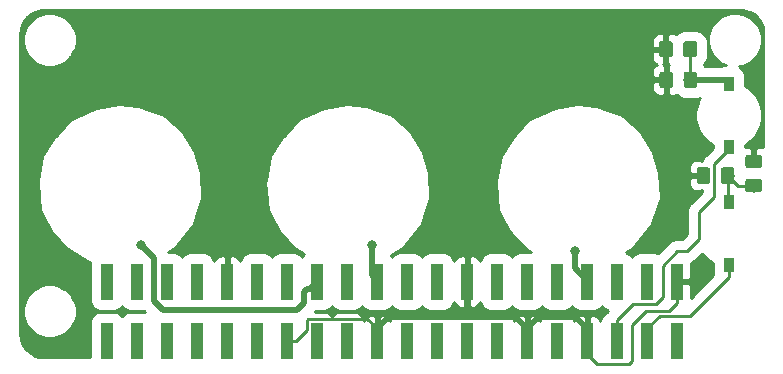
<source format=gbr>
G04 #@! TF.GenerationSoftware,KiCad,Pcbnew,5.1.0*
G04 #@! TF.CreationDate,2019-12-31T07:13:36-05:00*
G04 #@! TF.ProjectId,Capacitive_Touch_Lid,43617061-6369-4746-9976-655f546f7563,rev?*
G04 #@! TF.SameCoordinates,Original*
G04 #@! TF.FileFunction,Copper,L1,Top*
G04 #@! TF.FilePolarity,Positive*
%FSLAX46Y46*%
G04 Gerber Fmt 4.6, Leading zero omitted, Abs format (unit mm)*
G04 Created by KiCad (PCBNEW 5.1.0) date 2019-12-31 07:13:36*
%MOMM*%
%LPD*%
G04 APERTURE LIST*
%ADD10C,0.100000*%
%ADD11C,1.150000*%
%ADD12R,0.890000X1.270000*%
%ADD13R,1.000000X3.150000*%
%ADD14C,0.800000*%
%ADD15C,0.500000*%
%ADD16C,0.250000*%
%ADD17C,0.254000*%
G04 APERTURE END LIST*
D10*
G36*
X138524505Y-81701204D02*
G01*
X138548773Y-81704804D01*
X138572572Y-81710765D01*
X138595671Y-81719030D01*
X138617850Y-81729520D01*
X138638893Y-81742132D01*
X138658599Y-81756747D01*
X138676777Y-81773223D01*
X138693253Y-81791401D01*
X138707868Y-81811107D01*
X138720480Y-81832150D01*
X138730970Y-81854329D01*
X138739235Y-81877428D01*
X138745196Y-81901227D01*
X138748796Y-81925495D01*
X138750000Y-81949999D01*
X138750000Y-82850001D01*
X138748796Y-82874505D01*
X138745196Y-82898773D01*
X138739235Y-82922572D01*
X138730970Y-82945671D01*
X138720480Y-82967850D01*
X138707868Y-82988893D01*
X138693253Y-83008599D01*
X138676777Y-83026777D01*
X138658599Y-83043253D01*
X138638893Y-83057868D01*
X138617850Y-83070480D01*
X138595671Y-83080970D01*
X138572572Y-83089235D01*
X138548773Y-83095196D01*
X138524505Y-83098796D01*
X138500001Y-83100000D01*
X137849999Y-83100000D01*
X137825495Y-83098796D01*
X137801227Y-83095196D01*
X137777428Y-83089235D01*
X137754329Y-83080970D01*
X137732150Y-83070480D01*
X137711107Y-83057868D01*
X137691401Y-83043253D01*
X137673223Y-83026777D01*
X137656747Y-83008599D01*
X137642132Y-82988893D01*
X137629520Y-82967850D01*
X137619030Y-82945671D01*
X137610765Y-82922572D01*
X137604804Y-82898773D01*
X137601204Y-82874505D01*
X137600000Y-82850001D01*
X137600000Y-81949999D01*
X137601204Y-81925495D01*
X137604804Y-81901227D01*
X137610765Y-81877428D01*
X137619030Y-81854329D01*
X137629520Y-81832150D01*
X137642132Y-81811107D01*
X137656747Y-81791401D01*
X137673223Y-81773223D01*
X137691401Y-81756747D01*
X137711107Y-81742132D01*
X137732150Y-81729520D01*
X137754329Y-81719030D01*
X137777428Y-81710765D01*
X137801227Y-81704804D01*
X137825495Y-81701204D01*
X137849999Y-81700000D01*
X138500001Y-81700000D01*
X138524505Y-81701204D01*
X138524505Y-81701204D01*
G37*
D11*
X138175000Y-82400000D03*
D10*
G36*
X140574505Y-81701204D02*
G01*
X140598773Y-81704804D01*
X140622572Y-81710765D01*
X140645671Y-81719030D01*
X140667850Y-81729520D01*
X140688893Y-81742132D01*
X140708599Y-81756747D01*
X140726777Y-81773223D01*
X140743253Y-81791401D01*
X140757868Y-81811107D01*
X140770480Y-81832150D01*
X140780970Y-81854329D01*
X140789235Y-81877428D01*
X140795196Y-81901227D01*
X140798796Y-81925495D01*
X140800000Y-81949999D01*
X140800000Y-82850001D01*
X140798796Y-82874505D01*
X140795196Y-82898773D01*
X140789235Y-82922572D01*
X140780970Y-82945671D01*
X140770480Y-82967850D01*
X140757868Y-82988893D01*
X140743253Y-83008599D01*
X140726777Y-83026777D01*
X140708599Y-83043253D01*
X140688893Y-83057868D01*
X140667850Y-83070480D01*
X140645671Y-83080970D01*
X140622572Y-83089235D01*
X140598773Y-83095196D01*
X140574505Y-83098796D01*
X140550001Y-83100000D01*
X139899999Y-83100000D01*
X139875495Y-83098796D01*
X139851227Y-83095196D01*
X139827428Y-83089235D01*
X139804329Y-83080970D01*
X139782150Y-83070480D01*
X139761107Y-83057868D01*
X139741401Y-83043253D01*
X139723223Y-83026777D01*
X139706747Y-83008599D01*
X139692132Y-82988893D01*
X139679520Y-82967850D01*
X139669030Y-82945671D01*
X139660765Y-82922572D01*
X139654804Y-82898773D01*
X139651204Y-82874505D01*
X139650000Y-82850001D01*
X139650000Y-81949999D01*
X139651204Y-81925495D01*
X139654804Y-81901227D01*
X139660765Y-81877428D01*
X139669030Y-81854329D01*
X139679520Y-81832150D01*
X139692132Y-81811107D01*
X139706747Y-81791401D01*
X139723223Y-81773223D01*
X139741401Y-81756747D01*
X139761107Y-81742132D01*
X139782150Y-81729520D01*
X139804329Y-81719030D01*
X139827428Y-81710765D01*
X139851227Y-81704804D01*
X139875495Y-81701204D01*
X139899999Y-81700000D01*
X140550001Y-81700000D01*
X140574505Y-81701204D01*
X140574505Y-81701204D01*
G37*
D11*
X140225000Y-82400000D03*
D10*
G36*
X146074505Y-93376203D02*
G01*
X146098773Y-93379803D01*
X146122572Y-93385764D01*
X146145671Y-93394029D01*
X146167850Y-93404519D01*
X146188893Y-93417131D01*
X146208599Y-93431746D01*
X146226777Y-93448222D01*
X146243253Y-93466400D01*
X146257868Y-93486106D01*
X146270480Y-93507149D01*
X146280970Y-93529328D01*
X146289235Y-93552427D01*
X146295196Y-93576226D01*
X146298796Y-93600494D01*
X146300000Y-93624998D01*
X146300000Y-94275000D01*
X146298796Y-94299504D01*
X146295196Y-94323772D01*
X146289235Y-94347571D01*
X146280970Y-94370670D01*
X146270480Y-94392849D01*
X146257868Y-94413892D01*
X146243253Y-94433598D01*
X146226777Y-94451776D01*
X146208599Y-94468252D01*
X146188893Y-94482867D01*
X146167850Y-94495479D01*
X146145671Y-94505969D01*
X146122572Y-94514234D01*
X146098773Y-94520195D01*
X146074505Y-94523795D01*
X146050001Y-94524999D01*
X145149999Y-94524999D01*
X145125495Y-94523795D01*
X145101227Y-94520195D01*
X145077428Y-94514234D01*
X145054329Y-94505969D01*
X145032150Y-94495479D01*
X145011107Y-94482867D01*
X144991401Y-94468252D01*
X144973223Y-94451776D01*
X144956747Y-94433598D01*
X144942132Y-94413892D01*
X144929520Y-94392849D01*
X144919030Y-94370670D01*
X144910765Y-94347571D01*
X144904804Y-94323772D01*
X144901204Y-94299504D01*
X144900000Y-94275000D01*
X144900000Y-93624998D01*
X144901204Y-93600494D01*
X144904804Y-93576226D01*
X144910765Y-93552427D01*
X144919030Y-93529328D01*
X144929520Y-93507149D01*
X144942132Y-93486106D01*
X144956747Y-93466400D01*
X144973223Y-93448222D01*
X144991401Y-93431746D01*
X145011107Y-93417131D01*
X145032150Y-93404519D01*
X145054329Y-93394029D01*
X145077428Y-93385764D01*
X145101227Y-93379803D01*
X145125495Y-93376203D01*
X145149999Y-93374999D01*
X146050001Y-93374999D01*
X146074505Y-93376203D01*
X146074505Y-93376203D01*
G37*
D11*
X145600000Y-93949999D03*
D10*
G36*
X146074505Y-91326203D02*
G01*
X146098773Y-91329803D01*
X146122572Y-91335764D01*
X146145671Y-91344029D01*
X146167850Y-91354519D01*
X146188893Y-91367131D01*
X146208599Y-91381746D01*
X146226777Y-91398222D01*
X146243253Y-91416400D01*
X146257868Y-91436106D01*
X146270480Y-91457149D01*
X146280970Y-91479328D01*
X146289235Y-91502427D01*
X146295196Y-91526226D01*
X146298796Y-91550494D01*
X146300000Y-91574998D01*
X146300000Y-92225000D01*
X146298796Y-92249504D01*
X146295196Y-92273772D01*
X146289235Y-92297571D01*
X146280970Y-92320670D01*
X146270480Y-92342849D01*
X146257868Y-92363892D01*
X146243253Y-92383598D01*
X146226777Y-92401776D01*
X146208599Y-92418252D01*
X146188893Y-92432867D01*
X146167850Y-92445479D01*
X146145671Y-92455969D01*
X146122572Y-92464234D01*
X146098773Y-92470195D01*
X146074505Y-92473795D01*
X146050001Y-92474999D01*
X145149999Y-92474999D01*
X145125495Y-92473795D01*
X145101227Y-92470195D01*
X145077428Y-92464234D01*
X145054329Y-92455969D01*
X145032150Y-92445479D01*
X145011107Y-92432867D01*
X144991401Y-92418252D01*
X144973223Y-92401776D01*
X144956747Y-92383598D01*
X144942132Y-92363892D01*
X144929520Y-92342849D01*
X144919030Y-92320670D01*
X144910765Y-92297571D01*
X144904804Y-92273772D01*
X144901204Y-92249504D01*
X144900000Y-92225000D01*
X144900000Y-91574998D01*
X144901204Y-91550494D01*
X144904804Y-91526226D01*
X144910765Y-91502427D01*
X144919030Y-91479328D01*
X144929520Y-91457149D01*
X144942132Y-91436106D01*
X144956747Y-91416400D01*
X144973223Y-91398222D01*
X144991401Y-91381746D01*
X145011107Y-91367131D01*
X145032150Y-91354519D01*
X145054329Y-91344029D01*
X145077428Y-91335764D01*
X145101227Y-91329803D01*
X145125495Y-91326203D01*
X145149999Y-91324999D01*
X146050001Y-91324999D01*
X146074505Y-91326203D01*
X146074505Y-91326203D01*
G37*
D11*
X145600000Y-91899999D03*
D12*
X143500000Y-90665000D03*
X143500000Y-85335000D03*
X143500000Y-100665000D03*
X143500000Y-95335000D03*
D10*
G36*
X138549505Y-84301204D02*
G01*
X138573773Y-84304804D01*
X138597572Y-84310765D01*
X138620671Y-84319030D01*
X138642850Y-84329520D01*
X138663893Y-84342132D01*
X138683599Y-84356747D01*
X138701777Y-84373223D01*
X138718253Y-84391401D01*
X138732868Y-84411107D01*
X138745480Y-84432150D01*
X138755970Y-84454329D01*
X138764235Y-84477428D01*
X138770196Y-84501227D01*
X138773796Y-84525495D01*
X138775000Y-84549999D01*
X138775000Y-85450001D01*
X138773796Y-85474505D01*
X138770196Y-85498773D01*
X138764235Y-85522572D01*
X138755970Y-85545671D01*
X138745480Y-85567850D01*
X138732868Y-85588893D01*
X138718253Y-85608599D01*
X138701777Y-85626777D01*
X138683599Y-85643253D01*
X138663893Y-85657868D01*
X138642850Y-85670480D01*
X138620671Y-85680970D01*
X138597572Y-85689235D01*
X138573773Y-85695196D01*
X138549505Y-85698796D01*
X138525001Y-85700000D01*
X137874999Y-85700000D01*
X137850495Y-85698796D01*
X137826227Y-85695196D01*
X137802428Y-85689235D01*
X137779329Y-85680970D01*
X137757150Y-85670480D01*
X137736107Y-85657868D01*
X137716401Y-85643253D01*
X137698223Y-85626777D01*
X137681747Y-85608599D01*
X137667132Y-85588893D01*
X137654520Y-85567850D01*
X137644030Y-85545671D01*
X137635765Y-85522572D01*
X137629804Y-85498773D01*
X137626204Y-85474505D01*
X137625000Y-85450001D01*
X137625000Y-84549999D01*
X137626204Y-84525495D01*
X137629804Y-84501227D01*
X137635765Y-84477428D01*
X137644030Y-84454329D01*
X137654520Y-84432150D01*
X137667132Y-84411107D01*
X137681747Y-84391401D01*
X137698223Y-84373223D01*
X137716401Y-84356747D01*
X137736107Y-84342132D01*
X137757150Y-84329520D01*
X137779329Y-84319030D01*
X137802428Y-84310765D01*
X137826227Y-84304804D01*
X137850495Y-84301204D01*
X137874999Y-84300000D01*
X138525001Y-84300000D01*
X138549505Y-84301204D01*
X138549505Y-84301204D01*
G37*
D11*
X138200000Y-85000000D03*
D10*
G36*
X140599505Y-84301204D02*
G01*
X140623773Y-84304804D01*
X140647572Y-84310765D01*
X140670671Y-84319030D01*
X140692850Y-84329520D01*
X140713893Y-84342132D01*
X140733599Y-84356747D01*
X140751777Y-84373223D01*
X140768253Y-84391401D01*
X140782868Y-84411107D01*
X140795480Y-84432150D01*
X140805970Y-84454329D01*
X140814235Y-84477428D01*
X140820196Y-84501227D01*
X140823796Y-84525495D01*
X140825000Y-84549999D01*
X140825000Y-85450001D01*
X140823796Y-85474505D01*
X140820196Y-85498773D01*
X140814235Y-85522572D01*
X140805970Y-85545671D01*
X140795480Y-85567850D01*
X140782868Y-85588893D01*
X140768253Y-85608599D01*
X140751777Y-85626777D01*
X140733599Y-85643253D01*
X140713893Y-85657868D01*
X140692850Y-85670480D01*
X140670671Y-85680970D01*
X140647572Y-85689235D01*
X140623773Y-85695196D01*
X140599505Y-85698796D01*
X140575001Y-85700000D01*
X139924999Y-85700000D01*
X139900495Y-85698796D01*
X139876227Y-85695196D01*
X139852428Y-85689235D01*
X139829329Y-85680970D01*
X139807150Y-85670480D01*
X139786107Y-85657868D01*
X139766401Y-85643253D01*
X139748223Y-85626777D01*
X139731747Y-85608599D01*
X139717132Y-85588893D01*
X139704520Y-85567850D01*
X139694030Y-85545671D01*
X139685765Y-85522572D01*
X139679804Y-85498773D01*
X139676204Y-85474505D01*
X139675000Y-85450001D01*
X139675000Y-84549999D01*
X139676204Y-84525495D01*
X139679804Y-84501227D01*
X139685765Y-84477428D01*
X139694030Y-84454329D01*
X139704520Y-84432150D01*
X139717132Y-84411107D01*
X139731747Y-84391401D01*
X139748223Y-84373223D01*
X139766401Y-84356747D01*
X139786107Y-84342132D01*
X139807150Y-84329520D01*
X139829329Y-84319030D01*
X139852428Y-84310765D01*
X139876227Y-84304804D01*
X139900495Y-84301204D01*
X139924999Y-84300000D01*
X140575001Y-84300000D01*
X140599505Y-84301204D01*
X140599505Y-84301204D01*
G37*
D11*
X140250000Y-85000000D03*
D10*
G36*
X143749505Y-92401204D02*
G01*
X143773773Y-92404804D01*
X143797572Y-92410765D01*
X143820671Y-92419030D01*
X143842850Y-92429520D01*
X143863893Y-92442132D01*
X143883599Y-92456747D01*
X143901777Y-92473223D01*
X143918253Y-92491401D01*
X143932868Y-92511107D01*
X143945480Y-92532150D01*
X143955970Y-92554329D01*
X143964235Y-92577428D01*
X143970196Y-92601227D01*
X143973796Y-92625495D01*
X143975000Y-92649999D01*
X143975000Y-93550001D01*
X143973796Y-93574505D01*
X143970196Y-93598773D01*
X143964235Y-93622572D01*
X143955970Y-93645671D01*
X143945480Y-93667850D01*
X143932868Y-93688893D01*
X143918253Y-93708599D01*
X143901777Y-93726777D01*
X143883599Y-93743253D01*
X143863893Y-93757868D01*
X143842850Y-93770480D01*
X143820671Y-93780970D01*
X143797572Y-93789235D01*
X143773773Y-93795196D01*
X143749505Y-93798796D01*
X143725001Y-93800000D01*
X143074999Y-93800000D01*
X143050495Y-93798796D01*
X143026227Y-93795196D01*
X143002428Y-93789235D01*
X142979329Y-93780970D01*
X142957150Y-93770480D01*
X142936107Y-93757868D01*
X142916401Y-93743253D01*
X142898223Y-93726777D01*
X142881747Y-93708599D01*
X142867132Y-93688893D01*
X142854520Y-93667850D01*
X142844030Y-93645671D01*
X142835765Y-93622572D01*
X142829804Y-93598773D01*
X142826204Y-93574505D01*
X142825000Y-93550001D01*
X142825000Y-92649999D01*
X142826204Y-92625495D01*
X142829804Y-92601227D01*
X142835765Y-92577428D01*
X142844030Y-92554329D01*
X142854520Y-92532150D01*
X142867132Y-92511107D01*
X142881747Y-92491401D01*
X142898223Y-92473223D01*
X142916401Y-92456747D01*
X142936107Y-92442132D01*
X142957150Y-92429520D01*
X142979329Y-92419030D01*
X143002428Y-92410765D01*
X143026227Y-92404804D01*
X143050495Y-92401204D01*
X143074999Y-92400000D01*
X143725001Y-92400000D01*
X143749505Y-92401204D01*
X143749505Y-92401204D01*
G37*
D11*
X143400000Y-93100000D03*
D10*
G36*
X141699505Y-92401204D02*
G01*
X141723773Y-92404804D01*
X141747572Y-92410765D01*
X141770671Y-92419030D01*
X141792850Y-92429520D01*
X141813893Y-92442132D01*
X141833599Y-92456747D01*
X141851777Y-92473223D01*
X141868253Y-92491401D01*
X141882868Y-92511107D01*
X141895480Y-92532150D01*
X141905970Y-92554329D01*
X141914235Y-92577428D01*
X141920196Y-92601227D01*
X141923796Y-92625495D01*
X141925000Y-92649999D01*
X141925000Y-93550001D01*
X141923796Y-93574505D01*
X141920196Y-93598773D01*
X141914235Y-93622572D01*
X141905970Y-93645671D01*
X141895480Y-93667850D01*
X141882868Y-93688893D01*
X141868253Y-93708599D01*
X141851777Y-93726777D01*
X141833599Y-93743253D01*
X141813893Y-93757868D01*
X141792850Y-93770480D01*
X141770671Y-93780970D01*
X141747572Y-93789235D01*
X141723773Y-93795196D01*
X141699505Y-93798796D01*
X141675001Y-93800000D01*
X141024999Y-93800000D01*
X141000495Y-93798796D01*
X140976227Y-93795196D01*
X140952428Y-93789235D01*
X140929329Y-93780970D01*
X140907150Y-93770480D01*
X140886107Y-93757868D01*
X140866401Y-93743253D01*
X140848223Y-93726777D01*
X140831747Y-93708599D01*
X140817132Y-93688893D01*
X140804520Y-93667850D01*
X140794030Y-93645671D01*
X140785765Y-93622572D01*
X140779804Y-93598773D01*
X140776204Y-93574505D01*
X140775000Y-93550001D01*
X140775000Y-92649999D01*
X140776204Y-92625495D01*
X140779804Y-92601227D01*
X140785765Y-92577428D01*
X140794030Y-92554329D01*
X140804520Y-92532150D01*
X140817132Y-92511107D01*
X140831747Y-92491401D01*
X140848223Y-92473223D01*
X140866401Y-92456747D01*
X140886107Y-92442132D01*
X140907150Y-92429520D01*
X140929329Y-92419030D01*
X140952428Y-92410765D01*
X140976227Y-92404804D01*
X141000495Y-92401204D01*
X141024999Y-92400000D01*
X141675001Y-92400000D01*
X141699505Y-92401204D01*
X141699505Y-92401204D01*
G37*
D11*
X141350000Y-93100000D03*
D13*
X90870000Y-107125000D03*
X90870000Y-102075000D03*
X93410000Y-107125000D03*
X93410000Y-102075000D03*
X95950000Y-107125000D03*
X95950000Y-102075000D03*
X98490000Y-107125000D03*
X98490000Y-102075000D03*
X101030000Y-107125000D03*
X101030000Y-102075000D03*
X103570000Y-107125000D03*
X103570000Y-102075000D03*
X106110000Y-107125000D03*
X106110000Y-102075000D03*
X108650000Y-107125000D03*
X108650000Y-102075000D03*
X111190000Y-107125000D03*
X111190000Y-102075000D03*
X113730000Y-107125000D03*
X113730000Y-102075000D03*
X116270000Y-107125000D03*
X116270000Y-102075000D03*
X118810000Y-107125000D03*
X118810000Y-102075000D03*
X121350000Y-107125000D03*
X121350000Y-102075000D03*
X123890000Y-107125000D03*
X123890000Y-102075000D03*
X126430000Y-107125000D03*
X126430000Y-102075000D03*
X128970000Y-107125000D03*
X128970000Y-102075000D03*
X131510000Y-107125000D03*
X131510000Y-102075000D03*
X134050000Y-107125000D03*
X134050000Y-102075000D03*
X136590000Y-107125000D03*
X136590000Y-102075000D03*
X139130000Y-107125000D03*
X139130000Y-102075000D03*
D14*
X130500000Y-99500000D03*
X93750000Y-99000000D03*
X113250000Y-99000000D03*
D15*
X130500000Y-100965000D02*
X131610000Y-102075000D01*
X130500000Y-99500000D02*
X130500000Y-100965000D01*
D16*
X106860000Y-107125000D02*
X107800000Y-106185000D01*
X106110000Y-107125000D02*
X106860000Y-107125000D01*
X112904999Y-105224999D02*
X113730000Y-106050000D01*
X107800000Y-105314998D02*
X107889999Y-105224999D01*
X107889999Y-105224999D02*
X112904999Y-105224999D01*
X107800000Y-106185000D02*
X107800000Y-105314998D01*
D15*
X125430000Y-105050000D02*
X126430000Y-106050000D01*
X113730000Y-106050000D02*
X114730000Y-105050000D01*
X113730000Y-107125000D02*
X113730000Y-106050000D01*
X121350000Y-105000000D02*
X121350000Y-102075000D01*
X121400000Y-105050000D02*
X121350000Y-105000000D01*
X121400000Y-105050000D02*
X125430000Y-105050000D01*
X114730000Y-105050000D02*
X121400000Y-105050000D01*
X131510000Y-106050000D02*
X131510000Y-107125000D01*
X130510000Y-105050000D02*
X131510000Y-106050000D01*
X127430000Y-105050000D02*
X130510000Y-105050000D01*
X126430000Y-106050000D02*
X127430000Y-105050000D01*
X126430000Y-107125000D02*
X126430000Y-106050000D01*
D16*
X131510000Y-108200000D02*
X131510000Y-107125000D01*
X132335001Y-109025001D02*
X131510000Y-108200000D01*
X135074999Y-109025001D02*
X132335001Y-109025001D01*
X135300000Y-108800000D02*
X135074999Y-109025001D01*
X135300000Y-105754998D02*
X135300000Y-108800000D01*
X139130000Y-103150000D02*
X139100000Y-103180000D01*
X139130000Y-102075000D02*
X139130000Y-103150000D01*
X139100000Y-103180000D02*
X139100000Y-103900000D01*
X136505008Y-104549990D02*
X135300000Y-105754998D01*
X139100000Y-103900000D02*
X138450010Y-104549990D01*
X138450010Y-104549990D02*
X136505008Y-104549990D01*
D15*
X143165000Y-85000000D02*
X143500000Y-85335000D01*
X140250000Y-85000000D02*
X143165000Y-85000000D01*
D16*
X140225000Y-84975000D02*
X140250000Y-85000000D01*
X140225000Y-82400000D02*
X140225000Y-84975000D01*
X136590000Y-106050000D02*
X137640000Y-105000000D01*
X136590000Y-107125000D02*
X136590000Y-106050000D01*
X137640000Y-105000000D02*
X140200000Y-105000000D01*
X143500000Y-101700000D02*
X143500000Y-100665000D01*
X140200000Y-105000000D02*
X143500000Y-101700000D01*
X140000000Y-99500000D02*
X139144998Y-99500000D01*
X141000000Y-96169998D02*
X141000000Y-98500000D01*
X141000000Y-98500000D02*
X140000000Y-99500000D01*
X134150000Y-106050000D02*
X134150000Y-107125000D01*
X137350001Y-103975001D02*
X137900000Y-103425002D01*
X135374999Y-103975001D02*
X137350001Y-103975001D01*
X134050000Y-107125000D02*
X134050000Y-105300000D01*
X134050000Y-105300000D02*
X135374999Y-103975001D01*
X137900000Y-100744998D02*
X139144998Y-99500000D01*
X137900000Y-103425002D02*
X137900000Y-100744998D01*
X142250010Y-92104990D02*
X142250010Y-94919988D01*
X142250010Y-94919988D02*
X141000000Y-96169998D01*
X143500000Y-90855000D02*
X142250010Y-92104990D01*
X143500000Y-90665000D02*
X143500000Y-90855000D01*
D15*
X94800000Y-100050000D02*
X93750000Y-99000000D01*
X94800000Y-103710002D02*
X94800000Y-100050000D01*
X108750000Y-102075000D02*
X108750000Y-103150000D01*
X94800000Y-103710002D02*
X95589998Y-104500000D01*
X95589998Y-104500000D02*
X106900000Y-104500000D01*
X106900000Y-104500000D02*
X107500000Y-103900000D01*
X107500000Y-103900000D02*
X107500000Y-103000000D01*
X107500000Y-103000000D02*
X107800000Y-102700000D01*
X108025000Y-102700000D02*
X108650000Y-102075000D01*
X107800000Y-102700000D02*
X108025000Y-102700000D01*
X113250000Y-101495000D02*
X113830000Y-102075000D01*
X113250000Y-99000000D02*
X113250000Y-101495000D01*
D16*
X144249999Y-93949999D02*
X143400000Y-93100000D01*
X145600000Y-93949999D02*
X144249999Y-93949999D01*
X143400000Y-95235000D02*
X143500000Y-95335000D01*
X143400000Y-93100000D02*
X143400000Y-95235000D01*
D17*
G36*
X144887150Y-79144766D02*
G01*
X145259547Y-79257199D01*
X145603016Y-79439825D01*
X145904474Y-79685688D01*
X146152435Y-79985421D01*
X146337451Y-80327601D01*
X146373000Y-80442440D01*
X146373000Y-90694117D01*
X146300000Y-90686927D01*
X145885750Y-90689999D01*
X145727000Y-90848749D01*
X145727000Y-91772999D01*
X145747000Y-91772999D01*
X145747000Y-92026999D01*
X145727000Y-92026999D01*
X145727000Y-92046999D01*
X145473000Y-92046999D01*
X145473000Y-92026999D01*
X145453000Y-92026999D01*
X145453000Y-91772999D01*
X145473000Y-91772999D01*
X145473000Y-90848749D01*
X145314250Y-90689999D01*
X144900000Y-90686927D01*
X144876485Y-90689243D01*
X144876485Y-90480267D01*
X145302108Y-90195875D01*
X145695875Y-89802108D01*
X146005255Y-89339087D01*
X146218360Y-88824606D01*
X146327000Y-88278435D01*
X146327000Y-87721565D01*
X146218360Y-87175394D01*
X146005255Y-86660913D01*
X145695875Y-86197892D01*
X145302108Y-85804125D01*
X144876485Y-85519733D01*
X144876485Y-84700000D01*
X144858587Y-84518276D01*
X144805580Y-84343536D01*
X144719501Y-84182495D01*
X144603659Y-84041341D01*
X144462505Y-83925499D01*
X144331766Y-83855617D01*
X144664176Y-83789496D01*
X145078564Y-83617851D01*
X145451503Y-83368661D01*
X145768661Y-83051503D01*
X146017851Y-82678564D01*
X146189496Y-82264176D01*
X146277000Y-81824265D01*
X146277000Y-81375735D01*
X146189496Y-80935824D01*
X146017851Y-80521436D01*
X145768661Y-80148497D01*
X145451503Y-79831339D01*
X145078564Y-79582149D01*
X144664176Y-79410504D01*
X144224265Y-79323000D01*
X143775735Y-79323000D01*
X143335824Y-79410504D01*
X142921436Y-79582149D01*
X142548497Y-79831339D01*
X142231339Y-80148497D01*
X141982149Y-80521436D01*
X141810504Y-80935824D01*
X141723000Y-81375735D01*
X141723000Y-81824265D01*
X141810504Y-82264176D01*
X141982149Y-82678564D01*
X142231339Y-83051503D01*
X142548497Y-83368661D01*
X142921436Y-83617851D01*
X143285171Y-83768515D01*
X143055000Y-83768515D01*
X142873276Y-83786413D01*
X142752665Y-83823000D01*
X141499427Y-83823000D01*
X141410436Y-83714564D01*
X141380190Y-83689741D01*
X141385436Y-83685436D01*
X141532369Y-83506398D01*
X141641550Y-83302135D01*
X141708783Y-83080497D01*
X141731485Y-82850001D01*
X141731485Y-81949999D01*
X141708783Y-81719503D01*
X141641550Y-81497865D01*
X141532369Y-81293602D01*
X141385436Y-81114564D01*
X141206398Y-80967631D01*
X141002135Y-80858450D01*
X140780497Y-80791217D01*
X140550001Y-80768515D01*
X139899999Y-80768515D01*
X139669503Y-80791217D01*
X139447865Y-80858450D01*
X139243602Y-80967631D01*
X139064564Y-81114564D01*
X139045422Y-81137888D01*
X138994180Y-81110498D01*
X138874482Y-81074188D01*
X138750000Y-81061928D01*
X138460750Y-81065000D01*
X138302000Y-81223750D01*
X138302000Y-82273000D01*
X138322000Y-82273000D01*
X138322000Y-82527000D01*
X138302000Y-82527000D01*
X138302000Y-83576250D01*
X138438250Y-83712500D01*
X138327000Y-83823750D01*
X138327000Y-84873000D01*
X138347000Y-84873000D01*
X138347000Y-85127000D01*
X138327000Y-85127000D01*
X138327000Y-86176250D01*
X138485750Y-86335000D01*
X138775000Y-86338072D01*
X138899482Y-86325812D01*
X139019180Y-86289502D01*
X139070422Y-86262112D01*
X139089564Y-86285436D01*
X139268602Y-86432369D01*
X139472865Y-86541550D01*
X139694503Y-86608783D01*
X139924999Y-86631485D01*
X140575001Y-86631485D01*
X140805497Y-86608783D01*
X141027135Y-86541550D01*
X141100816Y-86502167D01*
X140994745Y-86660913D01*
X140781640Y-87175394D01*
X140673000Y-87721565D01*
X140673000Y-88278435D01*
X140781640Y-88824606D01*
X140994745Y-89339087D01*
X141304125Y-89802108D01*
X141697892Y-90195875D01*
X142123515Y-90480267D01*
X142123515Y-90743733D01*
X141542689Y-91324560D01*
X141502534Y-91357514D01*
X141371072Y-91517702D01*
X141273387Y-91700459D01*
X141273386Y-91700460D01*
X141253808Y-91765000D01*
X141222998Y-91765000D01*
X141222998Y-91866569D01*
X141213232Y-91898763D01*
X141211867Y-91912617D01*
X141064250Y-91765000D01*
X140775000Y-91761928D01*
X140650518Y-91774188D01*
X140530820Y-91810498D01*
X140420506Y-91869463D01*
X140323815Y-91948815D01*
X140244463Y-92045506D01*
X140185498Y-92155820D01*
X140149188Y-92275518D01*
X140136928Y-92400000D01*
X140140000Y-92814250D01*
X140298750Y-92973000D01*
X141198010Y-92973000D01*
X141198010Y-93227000D01*
X140298750Y-93227000D01*
X140140000Y-93385750D01*
X140136928Y-93800000D01*
X140149188Y-93924482D01*
X140185498Y-94044180D01*
X140244463Y-94154494D01*
X140323815Y-94251185D01*
X140420506Y-94330537D01*
X140530820Y-94389502D01*
X140650518Y-94425812D01*
X140775000Y-94438072D01*
X141064250Y-94435000D01*
X141198011Y-94301239D01*
X141198011Y-94484235D01*
X140292679Y-95389568D01*
X140252524Y-95422522D01*
X140121062Y-95582710D01*
X140037240Y-95739530D01*
X140023376Y-95765468D01*
X139963222Y-95963771D01*
X139942910Y-96169998D01*
X139948000Y-96221677D01*
X139948001Y-98064247D01*
X139564248Y-98448000D01*
X139196676Y-98448000D01*
X139144997Y-98442910D01*
X138938770Y-98463222D01*
X138740467Y-98523376D01*
X138557710Y-98621062D01*
X138397522Y-98752524D01*
X138364572Y-98792674D01*
X137492969Y-99664278D01*
X137446464Y-99639420D01*
X137271724Y-99586413D01*
X137090000Y-99568515D01*
X136090000Y-99568515D01*
X135908276Y-99586413D01*
X135733536Y-99639420D01*
X135572495Y-99725499D01*
X135431341Y-99841341D01*
X135320000Y-99977011D01*
X135208659Y-99841341D01*
X135067505Y-99725499D01*
X134906464Y-99639420D01*
X134766221Y-99596878D01*
X135263465Y-99310006D01*
X135281224Y-99297630D01*
X135298710Y-99279908D01*
X136998710Y-97179908D01*
X137010333Y-97162894D01*
X137020483Y-97140161D01*
X137720483Y-95040161D01*
X137725597Y-95018824D01*
X137726856Y-94993959D01*
X137626856Y-92893959D01*
X137621839Y-92864165D01*
X137121839Y-91164165D01*
X137108367Y-91133776D01*
X136008367Y-89333776D01*
X136000301Y-89322098D01*
X135983176Y-89304027D01*
X134483176Y-88004027D01*
X134465852Y-87991407D01*
X134443401Y-87980646D01*
X132243401Y-87180646D01*
X132208448Y-87173281D01*
X130708448Y-87073281D01*
X130680193Y-87074554D01*
X128780193Y-87374554D01*
X128749972Y-87383269D01*
X126649972Y-88283269D01*
X126625583Y-88297087D01*
X126606935Y-88313583D01*
X125306935Y-89713583D01*
X125293375Y-89731007D01*
X124193375Y-91431007D01*
X124182276Y-91452354D01*
X124175243Y-91476237D01*
X123775243Y-93576237D01*
X123773439Y-93610547D01*
X123973439Y-96010547D01*
X123978323Y-96036383D01*
X123987759Y-96059422D01*
X124887759Y-97759422D01*
X124907156Y-97786654D01*
X126307156Y-99286654D01*
X126332690Y-99307696D01*
X126750000Y-99568515D01*
X125930000Y-99568515D01*
X125748276Y-99586413D01*
X125573536Y-99639420D01*
X125412495Y-99725499D01*
X125271341Y-99841341D01*
X125160000Y-99977011D01*
X125048659Y-99841341D01*
X124907505Y-99725499D01*
X124746464Y-99639420D01*
X124571724Y-99586413D01*
X124390000Y-99568515D01*
X123390000Y-99568515D01*
X123208276Y-99586413D01*
X123033536Y-99639420D01*
X122872495Y-99725499D01*
X122731341Y-99841341D01*
X122615499Y-99982495D01*
X122529420Y-100143536D01*
X122476413Y-100318276D01*
X122472010Y-100362984D01*
X122439502Y-100255820D01*
X122380537Y-100145506D01*
X122301185Y-100048815D01*
X122204494Y-99969463D01*
X122094180Y-99910498D01*
X121974482Y-99874188D01*
X121850000Y-99861928D01*
X121635750Y-99865000D01*
X121477000Y-100023750D01*
X121477000Y-101948000D01*
X121497000Y-101948000D01*
X121497000Y-102202000D01*
X121477000Y-102202000D01*
X121477000Y-104126250D01*
X121635750Y-104285000D01*
X121850000Y-104288072D01*
X121974482Y-104275812D01*
X122094180Y-104239502D01*
X122204494Y-104180537D01*
X122301185Y-104101185D01*
X122380537Y-104004494D01*
X122439502Y-103894180D01*
X122472010Y-103787016D01*
X122476413Y-103831724D01*
X122529420Y-104006464D01*
X122615499Y-104167505D01*
X122731341Y-104308659D01*
X122872495Y-104424501D01*
X123033536Y-104510580D01*
X123208276Y-104563587D01*
X123390000Y-104581485D01*
X124390000Y-104581485D01*
X124571724Y-104563587D01*
X124746464Y-104510580D01*
X124907505Y-104424501D01*
X125048659Y-104308659D01*
X125160000Y-104172989D01*
X125271341Y-104308659D01*
X125412495Y-104424501D01*
X125573536Y-104510580D01*
X125748276Y-104563587D01*
X125930000Y-104581485D01*
X126930000Y-104581485D01*
X127111724Y-104563587D01*
X127286464Y-104510580D01*
X127447505Y-104424501D01*
X127588659Y-104308659D01*
X127700000Y-104172989D01*
X127811341Y-104308659D01*
X127952495Y-104424501D01*
X128113536Y-104510580D01*
X128288276Y-104563587D01*
X128470000Y-104581485D01*
X129470000Y-104581485D01*
X129651724Y-104563587D01*
X129826464Y-104510580D01*
X129987505Y-104424501D01*
X130128659Y-104308659D01*
X130240000Y-104172989D01*
X130351341Y-104308659D01*
X130492495Y-104424501D01*
X130653536Y-104510580D01*
X130828276Y-104563587D01*
X131010000Y-104581485D01*
X132010000Y-104581485D01*
X132191724Y-104563587D01*
X132366464Y-104510580D01*
X132527505Y-104424501D01*
X132668659Y-104308659D01*
X132780000Y-104172989D01*
X132891341Y-104308659D01*
X133032495Y-104424501D01*
X133193536Y-104510580D01*
X133310427Y-104546039D01*
X133302525Y-104552524D01*
X133187554Y-104692617D01*
X133032495Y-104775499D01*
X132891341Y-104891341D01*
X132775499Y-105032495D01*
X132689420Y-105193536D01*
X132636413Y-105368276D01*
X132632010Y-105412984D01*
X132599502Y-105305820D01*
X132540537Y-105195506D01*
X132461185Y-105098815D01*
X132364494Y-105019463D01*
X132254180Y-104960498D01*
X132134482Y-104924188D01*
X132010000Y-104911928D01*
X131795750Y-104915000D01*
X131637000Y-105073750D01*
X131637000Y-106998000D01*
X131657000Y-106998000D01*
X131657000Y-107252000D01*
X131637000Y-107252000D01*
X131637000Y-107272000D01*
X131383000Y-107272000D01*
X131383000Y-107252000D01*
X131363000Y-107252000D01*
X131363000Y-106998000D01*
X131383000Y-106998000D01*
X131383000Y-105073750D01*
X131224250Y-104915000D01*
X131010000Y-104911928D01*
X130885518Y-104924188D01*
X130765820Y-104960498D01*
X130655506Y-105019463D01*
X130558815Y-105098815D01*
X130479463Y-105195506D01*
X130420498Y-105305820D01*
X130387990Y-105412984D01*
X130383587Y-105368276D01*
X130330580Y-105193536D01*
X130244501Y-105032495D01*
X130128659Y-104891341D01*
X129987505Y-104775499D01*
X129826464Y-104689420D01*
X129651724Y-104636413D01*
X129470000Y-104618515D01*
X128470000Y-104618515D01*
X128288276Y-104636413D01*
X128113536Y-104689420D01*
X127952495Y-104775499D01*
X127811341Y-104891341D01*
X127695499Y-105032495D01*
X127609420Y-105193536D01*
X127556413Y-105368276D01*
X127552010Y-105412984D01*
X127519502Y-105305820D01*
X127460537Y-105195506D01*
X127381185Y-105098815D01*
X127284494Y-105019463D01*
X127174180Y-104960498D01*
X127054482Y-104924188D01*
X126930000Y-104911928D01*
X126715750Y-104915000D01*
X126557000Y-105073750D01*
X126557000Y-106998000D01*
X126577000Y-106998000D01*
X126577000Y-107252000D01*
X126557000Y-107252000D01*
X126557000Y-107272000D01*
X126303000Y-107272000D01*
X126303000Y-107252000D01*
X126283000Y-107252000D01*
X126283000Y-106998000D01*
X126303000Y-106998000D01*
X126303000Y-105073750D01*
X126144250Y-104915000D01*
X125930000Y-104911928D01*
X125805518Y-104924188D01*
X125685820Y-104960498D01*
X125575506Y-105019463D01*
X125478815Y-105098815D01*
X125399463Y-105195506D01*
X125340498Y-105305820D01*
X125307990Y-105412984D01*
X125303587Y-105368276D01*
X125250580Y-105193536D01*
X125164501Y-105032495D01*
X125048659Y-104891341D01*
X124907505Y-104775499D01*
X124746464Y-104689420D01*
X124571724Y-104636413D01*
X124390000Y-104618515D01*
X123390000Y-104618515D01*
X123208276Y-104636413D01*
X123033536Y-104689420D01*
X122872495Y-104775499D01*
X122731341Y-104891341D01*
X122620000Y-105027011D01*
X122508659Y-104891341D01*
X122367505Y-104775499D01*
X122206464Y-104689420D01*
X122031724Y-104636413D01*
X121850000Y-104618515D01*
X120850000Y-104618515D01*
X120668276Y-104636413D01*
X120493536Y-104689420D01*
X120332495Y-104775499D01*
X120191341Y-104891341D01*
X120080000Y-105027011D01*
X119968659Y-104891341D01*
X119827505Y-104775499D01*
X119666464Y-104689420D01*
X119491724Y-104636413D01*
X119310000Y-104618515D01*
X118310000Y-104618515D01*
X118128276Y-104636413D01*
X117953536Y-104689420D01*
X117792495Y-104775499D01*
X117651341Y-104891341D01*
X117540000Y-105027011D01*
X117428659Y-104891341D01*
X117287505Y-104775499D01*
X117126464Y-104689420D01*
X116951724Y-104636413D01*
X116770000Y-104618515D01*
X115770000Y-104618515D01*
X115588276Y-104636413D01*
X115413536Y-104689420D01*
X115252495Y-104775499D01*
X115111341Y-104891341D01*
X114995499Y-105032495D01*
X114909420Y-105193536D01*
X114856413Y-105368276D01*
X114852010Y-105412984D01*
X114819502Y-105305820D01*
X114760537Y-105195506D01*
X114681185Y-105098815D01*
X114584494Y-105019463D01*
X114474180Y-104960498D01*
X114354482Y-104924188D01*
X114230000Y-104911928D01*
X114015750Y-104915000D01*
X113857000Y-105073750D01*
X113857000Y-106998000D01*
X113877000Y-106998000D01*
X113877000Y-107252000D01*
X113857000Y-107252000D01*
X113857000Y-107272000D01*
X113603000Y-107272000D01*
X113603000Y-107252000D01*
X113583000Y-107252000D01*
X113583000Y-106998000D01*
X113603000Y-106998000D01*
X113603000Y-105073750D01*
X113444250Y-104915000D01*
X113230000Y-104911928D01*
X113105518Y-104924188D01*
X112985820Y-104960498D01*
X112875506Y-105019463D01*
X112778815Y-105098815D01*
X112699463Y-105195506D01*
X112640498Y-105305820D01*
X112607990Y-105412984D01*
X112603587Y-105368276D01*
X112550580Y-105193536D01*
X112464501Y-105032495D01*
X112348659Y-104891341D01*
X112207505Y-104775499D01*
X112046464Y-104689420D01*
X111871724Y-104636413D01*
X111690000Y-104618515D01*
X110690000Y-104618515D01*
X110508276Y-104636413D01*
X110333536Y-104689420D01*
X110172495Y-104775499D01*
X110031341Y-104891341D01*
X109920000Y-105027011D01*
X109808659Y-104891341D01*
X109667505Y-104775499D01*
X109506464Y-104689420D01*
X109331724Y-104636413D01*
X109150000Y-104618515D01*
X108432947Y-104618515D01*
X108463337Y-104581485D01*
X109150000Y-104581485D01*
X109331724Y-104563587D01*
X109506464Y-104510580D01*
X109667505Y-104424501D01*
X109808659Y-104308659D01*
X109920000Y-104172989D01*
X110031341Y-104308659D01*
X110172495Y-104424501D01*
X110333536Y-104510580D01*
X110508276Y-104563587D01*
X110690000Y-104581485D01*
X111690000Y-104581485D01*
X111871724Y-104563587D01*
X112046464Y-104510580D01*
X112207505Y-104424501D01*
X112348659Y-104308659D01*
X112460000Y-104172989D01*
X112571341Y-104308659D01*
X112712495Y-104424501D01*
X112873536Y-104510580D01*
X113048276Y-104563587D01*
X113230000Y-104581485D01*
X114230000Y-104581485D01*
X114411724Y-104563587D01*
X114586464Y-104510580D01*
X114747505Y-104424501D01*
X114888659Y-104308659D01*
X115000000Y-104172989D01*
X115111341Y-104308659D01*
X115252495Y-104424501D01*
X115413536Y-104510580D01*
X115588276Y-104563587D01*
X115770000Y-104581485D01*
X116770000Y-104581485D01*
X116951724Y-104563587D01*
X117126464Y-104510580D01*
X117287505Y-104424501D01*
X117428659Y-104308659D01*
X117540000Y-104172989D01*
X117651341Y-104308659D01*
X117792495Y-104424501D01*
X117953536Y-104510580D01*
X118128276Y-104563587D01*
X118310000Y-104581485D01*
X119310000Y-104581485D01*
X119491724Y-104563587D01*
X119666464Y-104510580D01*
X119827505Y-104424501D01*
X119968659Y-104308659D01*
X120084501Y-104167505D01*
X120170580Y-104006464D01*
X120223587Y-103831724D01*
X120227990Y-103787016D01*
X120260498Y-103894180D01*
X120319463Y-104004494D01*
X120398815Y-104101185D01*
X120495506Y-104180537D01*
X120605820Y-104239502D01*
X120725518Y-104275812D01*
X120850000Y-104288072D01*
X121064250Y-104285000D01*
X121223000Y-104126250D01*
X121223000Y-102202000D01*
X121203000Y-102202000D01*
X121203000Y-101948000D01*
X121223000Y-101948000D01*
X121223000Y-100023750D01*
X121064250Y-99865000D01*
X120850000Y-99861928D01*
X120725518Y-99874188D01*
X120605820Y-99910498D01*
X120495506Y-99969463D01*
X120398815Y-100048815D01*
X120319463Y-100145506D01*
X120260498Y-100255820D01*
X120227990Y-100362984D01*
X120223587Y-100318276D01*
X120170580Y-100143536D01*
X120084501Y-99982495D01*
X119968659Y-99841341D01*
X119827505Y-99725499D01*
X119666464Y-99639420D01*
X119491724Y-99586413D01*
X119310000Y-99568515D01*
X118310000Y-99568515D01*
X118128276Y-99586413D01*
X117953536Y-99639420D01*
X117792495Y-99725499D01*
X117651341Y-99841341D01*
X117540000Y-99977011D01*
X117428659Y-99841341D01*
X117287505Y-99725499D01*
X117126464Y-99639420D01*
X116951724Y-99586413D01*
X116770000Y-99568515D01*
X115770000Y-99568515D01*
X115588276Y-99586413D01*
X115413536Y-99639420D01*
X115252495Y-99725499D01*
X115111341Y-99841341D01*
X115000000Y-99977011D01*
X114888659Y-99841341D01*
X114869598Y-99825698D01*
X115763465Y-99310006D01*
X115781224Y-99297630D01*
X115798710Y-99279908D01*
X117498710Y-97179908D01*
X117510333Y-97162894D01*
X117520483Y-97140161D01*
X118220483Y-95040161D01*
X118225597Y-95018824D01*
X118226856Y-94993959D01*
X118126856Y-92893959D01*
X118121839Y-92864165D01*
X117621839Y-91164165D01*
X117608367Y-91133776D01*
X116508367Y-89333776D01*
X116500301Y-89322098D01*
X116483176Y-89304027D01*
X114983176Y-88004027D01*
X114965852Y-87991407D01*
X114943401Y-87980646D01*
X112743401Y-87180646D01*
X112708448Y-87173281D01*
X111208448Y-87073281D01*
X111180193Y-87074554D01*
X109280193Y-87374554D01*
X109249972Y-87383269D01*
X107149972Y-88283269D01*
X107125583Y-88297087D01*
X107106935Y-88313583D01*
X105806935Y-89713583D01*
X105793375Y-89731007D01*
X104693375Y-91431007D01*
X104682276Y-91452354D01*
X104675243Y-91476237D01*
X104275243Y-93576237D01*
X104273439Y-93610547D01*
X104473439Y-96010547D01*
X104478323Y-96036383D01*
X104487759Y-96059422D01*
X105387759Y-97759422D01*
X105407156Y-97786654D01*
X106807156Y-99286654D01*
X106832690Y-99307696D01*
X107575722Y-99772091D01*
X107491341Y-99841341D01*
X107380000Y-99977011D01*
X107268659Y-99841341D01*
X107127505Y-99725499D01*
X106966464Y-99639420D01*
X106791724Y-99586413D01*
X106610000Y-99568515D01*
X105610000Y-99568515D01*
X105428276Y-99586413D01*
X105253536Y-99639420D01*
X105092495Y-99725499D01*
X104951341Y-99841341D01*
X104840000Y-99977011D01*
X104728659Y-99841341D01*
X104587505Y-99725499D01*
X104426464Y-99639420D01*
X104251724Y-99586413D01*
X104070000Y-99568515D01*
X103070000Y-99568515D01*
X102888276Y-99586413D01*
X102713536Y-99639420D01*
X102552495Y-99725499D01*
X102411341Y-99841341D01*
X102295499Y-99982495D01*
X102209420Y-100143536D01*
X102156413Y-100318276D01*
X102152010Y-100362984D01*
X102119502Y-100255820D01*
X102060537Y-100145506D01*
X101981185Y-100048815D01*
X101884494Y-99969463D01*
X101774180Y-99910498D01*
X101654482Y-99874188D01*
X101530000Y-99861928D01*
X101315750Y-99865000D01*
X101157000Y-100023750D01*
X101157000Y-101948000D01*
X101177000Y-101948000D01*
X101177000Y-102202000D01*
X101157000Y-102202000D01*
X101157000Y-102222000D01*
X100903000Y-102222000D01*
X100903000Y-102202000D01*
X100883000Y-102202000D01*
X100883000Y-101948000D01*
X100903000Y-101948000D01*
X100903000Y-100023750D01*
X100744250Y-99865000D01*
X100530000Y-99861928D01*
X100405518Y-99874188D01*
X100285820Y-99910498D01*
X100175506Y-99969463D01*
X100078815Y-100048815D01*
X99999463Y-100145506D01*
X99940498Y-100255820D01*
X99907990Y-100362984D01*
X99903587Y-100318276D01*
X99850580Y-100143536D01*
X99764501Y-99982495D01*
X99648659Y-99841341D01*
X99507505Y-99725499D01*
X99346464Y-99639420D01*
X99171724Y-99586413D01*
X98990000Y-99568515D01*
X97990000Y-99568515D01*
X97808276Y-99586413D01*
X97633536Y-99639420D01*
X97472495Y-99725499D01*
X97331341Y-99841341D01*
X97220000Y-99977011D01*
X97108659Y-99841341D01*
X96967505Y-99725499D01*
X96806464Y-99639420D01*
X96631724Y-99586413D01*
X96450000Y-99568515D01*
X96015383Y-99568515D01*
X96463465Y-99310006D01*
X96481224Y-99297630D01*
X96498710Y-99279908D01*
X98198710Y-97179908D01*
X98210333Y-97162894D01*
X98220483Y-97140161D01*
X98920483Y-95040161D01*
X98925597Y-95018824D01*
X98926856Y-94993959D01*
X98826856Y-92893959D01*
X98821839Y-92864165D01*
X98321839Y-91164165D01*
X98308367Y-91133776D01*
X97208367Y-89333776D01*
X97200301Y-89322098D01*
X97183176Y-89304027D01*
X95683176Y-88004027D01*
X95665852Y-87991407D01*
X95643401Y-87980646D01*
X93443401Y-87180646D01*
X93408448Y-87173281D01*
X91908448Y-87073281D01*
X91880193Y-87074554D01*
X89980193Y-87374554D01*
X89949972Y-87383269D01*
X87849972Y-88283269D01*
X87825583Y-88297087D01*
X87806935Y-88313583D01*
X86506935Y-89713583D01*
X86493375Y-89731007D01*
X85393375Y-91431007D01*
X85382276Y-91452354D01*
X85375243Y-91476237D01*
X84975243Y-93576237D01*
X84973439Y-93610547D01*
X85173439Y-96010547D01*
X85178323Y-96036383D01*
X85187759Y-96059422D01*
X86087759Y-97759422D01*
X86107156Y-97786654D01*
X87507156Y-99286654D01*
X87532690Y-99307696D01*
X89132690Y-100307696D01*
X89166009Y-100322367D01*
X89448287Y-100400778D01*
X89438515Y-100500000D01*
X89438515Y-103650000D01*
X89456413Y-103831724D01*
X89509420Y-104006464D01*
X89595499Y-104167505D01*
X89711341Y-104308659D01*
X89852495Y-104424501D01*
X90013536Y-104510580D01*
X90188276Y-104563587D01*
X90370000Y-104581485D01*
X91370000Y-104581485D01*
X91551724Y-104563587D01*
X91726464Y-104510580D01*
X91887505Y-104424501D01*
X92028659Y-104308659D01*
X92140000Y-104172989D01*
X92251341Y-104308659D01*
X92392495Y-104424501D01*
X92553536Y-104510580D01*
X92728276Y-104563587D01*
X92910000Y-104581485D01*
X93910000Y-104581485D01*
X93996241Y-104572991D01*
X94008622Y-104583153D01*
X94058623Y-104633153D01*
X93910000Y-104618515D01*
X92910000Y-104618515D01*
X92728276Y-104636413D01*
X92553536Y-104689420D01*
X92392495Y-104775499D01*
X92251341Y-104891341D01*
X92140000Y-105027011D01*
X92028659Y-104891341D01*
X91887505Y-104775499D01*
X91726464Y-104689420D01*
X91551724Y-104636413D01*
X91370000Y-104618515D01*
X90370000Y-104618515D01*
X90188276Y-104636413D01*
X90013536Y-104689420D01*
X89852495Y-104775499D01*
X89711341Y-104891341D01*
X89595499Y-105032495D01*
X89509420Y-105193536D01*
X89456413Y-105368276D01*
X89438515Y-105550000D01*
X89438515Y-108498000D01*
X85549008Y-108498000D01*
X85112850Y-108455234D01*
X84740455Y-108342801D01*
X84396982Y-108160174D01*
X84095526Y-107914312D01*
X83847566Y-107614581D01*
X83662549Y-107272398D01*
X83547515Y-106900785D01*
X83502000Y-106467737D01*
X83502000Y-104375735D01*
X83723000Y-104375735D01*
X83723000Y-104824265D01*
X83810504Y-105264176D01*
X83982149Y-105678564D01*
X84231339Y-106051503D01*
X84548497Y-106368661D01*
X84921436Y-106617851D01*
X85335824Y-106789496D01*
X85775735Y-106877000D01*
X86224265Y-106877000D01*
X86664176Y-106789496D01*
X87078564Y-106617851D01*
X87451503Y-106368661D01*
X87768661Y-106051503D01*
X88017851Y-105678564D01*
X88189496Y-105264176D01*
X88277000Y-104824265D01*
X88277000Y-104375735D01*
X88189496Y-103935824D01*
X88017851Y-103521436D01*
X87768661Y-103148497D01*
X87451503Y-102831339D01*
X87078564Y-102582149D01*
X86664176Y-102410504D01*
X86224265Y-102323000D01*
X85775735Y-102323000D01*
X85335824Y-102410504D01*
X84921436Y-102582149D01*
X84548497Y-102831339D01*
X84231339Y-103148497D01*
X83982149Y-103521436D01*
X83810504Y-103935824D01*
X83723000Y-104375735D01*
X83502000Y-104375735D01*
X83502000Y-85700000D01*
X136986928Y-85700000D01*
X136999188Y-85824482D01*
X137035498Y-85944180D01*
X137094463Y-86054494D01*
X137173815Y-86151185D01*
X137270506Y-86230537D01*
X137380820Y-86289502D01*
X137500518Y-86325812D01*
X137625000Y-86338072D01*
X137914250Y-86335000D01*
X138073000Y-86176250D01*
X138073000Y-85127000D01*
X137148750Y-85127000D01*
X136990000Y-85285750D01*
X136986928Y-85700000D01*
X83502000Y-85700000D01*
X83502000Y-81375735D01*
X83723000Y-81375735D01*
X83723000Y-81824265D01*
X83810504Y-82264176D01*
X83982149Y-82678564D01*
X84231339Y-83051503D01*
X84548497Y-83368661D01*
X84921436Y-83617851D01*
X85335824Y-83789496D01*
X85775735Y-83877000D01*
X86224265Y-83877000D01*
X86664176Y-83789496D01*
X87078564Y-83617851D01*
X87451503Y-83368661D01*
X87720164Y-83100000D01*
X136961928Y-83100000D01*
X136974188Y-83224482D01*
X137010498Y-83344180D01*
X137069463Y-83454494D01*
X137148815Y-83551185D01*
X137245506Y-83630537D01*
X137355820Y-83689502D01*
X137402927Y-83703792D01*
X137380820Y-83710498D01*
X137270506Y-83769463D01*
X137173815Y-83848815D01*
X137094463Y-83945506D01*
X137035498Y-84055820D01*
X136999188Y-84175518D01*
X136986928Y-84300000D01*
X136990000Y-84714250D01*
X137148750Y-84873000D01*
X138073000Y-84873000D01*
X138073000Y-83823750D01*
X137936750Y-83687500D01*
X138048000Y-83576250D01*
X138048000Y-82527000D01*
X137123750Y-82527000D01*
X136965000Y-82685750D01*
X136961928Y-83100000D01*
X87720164Y-83100000D01*
X87768661Y-83051503D01*
X88017851Y-82678564D01*
X88189496Y-82264176D01*
X88277000Y-81824265D01*
X88277000Y-81700000D01*
X136961928Y-81700000D01*
X136965000Y-82114250D01*
X137123750Y-82273000D01*
X138048000Y-82273000D01*
X138048000Y-81223750D01*
X137889250Y-81065000D01*
X137600000Y-81061928D01*
X137475518Y-81074188D01*
X137355820Y-81110498D01*
X137245506Y-81169463D01*
X137148815Y-81248815D01*
X137069463Y-81345506D01*
X137010498Y-81455820D01*
X136974188Y-81575518D01*
X136961928Y-81700000D01*
X88277000Y-81700000D01*
X88277000Y-81375735D01*
X88189496Y-80935824D01*
X88017851Y-80521436D01*
X87768661Y-80148497D01*
X87451503Y-79831339D01*
X87078564Y-79582149D01*
X86664176Y-79410504D01*
X86224265Y-79323000D01*
X85775735Y-79323000D01*
X85335824Y-79410504D01*
X84921436Y-79582149D01*
X84548497Y-79831339D01*
X84231339Y-80148497D01*
X83982149Y-80521436D01*
X83810504Y-80935824D01*
X83723000Y-81375735D01*
X83502000Y-81375735D01*
X83502000Y-81149009D01*
X83544766Y-80712850D01*
X83657199Y-80340453D01*
X83839825Y-79996984D01*
X84085688Y-79695526D01*
X84385421Y-79447565D01*
X84727601Y-79262549D01*
X85099211Y-79147515D01*
X85294401Y-79127000D01*
X144705959Y-79127000D01*
X144887150Y-79144766D01*
X144887150Y-79144766D01*
G37*
X144887150Y-79144766D02*
X145259547Y-79257199D01*
X145603016Y-79439825D01*
X145904474Y-79685688D01*
X146152435Y-79985421D01*
X146337451Y-80327601D01*
X146373000Y-80442440D01*
X146373000Y-90694117D01*
X146300000Y-90686927D01*
X145885750Y-90689999D01*
X145727000Y-90848749D01*
X145727000Y-91772999D01*
X145747000Y-91772999D01*
X145747000Y-92026999D01*
X145727000Y-92026999D01*
X145727000Y-92046999D01*
X145473000Y-92046999D01*
X145473000Y-92026999D01*
X145453000Y-92026999D01*
X145453000Y-91772999D01*
X145473000Y-91772999D01*
X145473000Y-90848749D01*
X145314250Y-90689999D01*
X144900000Y-90686927D01*
X144876485Y-90689243D01*
X144876485Y-90480267D01*
X145302108Y-90195875D01*
X145695875Y-89802108D01*
X146005255Y-89339087D01*
X146218360Y-88824606D01*
X146327000Y-88278435D01*
X146327000Y-87721565D01*
X146218360Y-87175394D01*
X146005255Y-86660913D01*
X145695875Y-86197892D01*
X145302108Y-85804125D01*
X144876485Y-85519733D01*
X144876485Y-84700000D01*
X144858587Y-84518276D01*
X144805580Y-84343536D01*
X144719501Y-84182495D01*
X144603659Y-84041341D01*
X144462505Y-83925499D01*
X144331766Y-83855617D01*
X144664176Y-83789496D01*
X145078564Y-83617851D01*
X145451503Y-83368661D01*
X145768661Y-83051503D01*
X146017851Y-82678564D01*
X146189496Y-82264176D01*
X146277000Y-81824265D01*
X146277000Y-81375735D01*
X146189496Y-80935824D01*
X146017851Y-80521436D01*
X145768661Y-80148497D01*
X145451503Y-79831339D01*
X145078564Y-79582149D01*
X144664176Y-79410504D01*
X144224265Y-79323000D01*
X143775735Y-79323000D01*
X143335824Y-79410504D01*
X142921436Y-79582149D01*
X142548497Y-79831339D01*
X142231339Y-80148497D01*
X141982149Y-80521436D01*
X141810504Y-80935824D01*
X141723000Y-81375735D01*
X141723000Y-81824265D01*
X141810504Y-82264176D01*
X141982149Y-82678564D01*
X142231339Y-83051503D01*
X142548497Y-83368661D01*
X142921436Y-83617851D01*
X143285171Y-83768515D01*
X143055000Y-83768515D01*
X142873276Y-83786413D01*
X142752665Y-83823000D01*
X141499427Y-83823000D01*
X141410436Y-83714564D01*
X141380190Y-83689741D01*
X141385436Y-83685436D01*
X141532369Y-83506398D01*
X141641550Y-83302135D01*
X141708783Y-83080497D01*
X141731485Y-82850001D01*
X141731485Y-81949999D01*
X141708783Y-81719503D01*
X141641550Y-81497865D01*
X141532369Y-81293602D01*
X141385436Y-81114564D01*
X141206398Y-80967631D01*
X141002135Y-80858450D01*
X140780497Y-80791217D01*
X140550001Y-80768515D01*
X139899999Y-80768515D01*
X139669503Y-80791217D01*
X139447865Y-80858450D01*
X139243602Y-80967631D01*
X139064564Y-81114564D01*
X139045422Y-81137888D01*
X138994180Y-81110498D01*
X138874482Y-81074188D01*
X138750000Y-81061928D01*
X138460750Y-81065000D01*
X138302000Y-81223750D01*
X138302000Y-82273000D01*
X138322000Y-82273000D01*
X138322000Y-82527000D01*
X138302000Y-82527000D01*
X138302000Y-83576250D01*
X138438250Y-83712500D01*
X138327000Y-83823750D01*
X138327000Y-84873000D01*
X138347000Y-84873000D01*
X138347000Y-85127000D01*
X138327000Y-85127000D01*
X138327000Y-86176250D01*
X138485750Y-86335000D01*
X138775000Y-86338072D01*
X138899482Y-86325812D01*
X139019180Y-86289502D01*
X139070422Y-86262112D01*
X139089564Y-86285436D01*
X139268602Y-86432369D01*
X139472865Y-86541550D01*
X139694503Y-86608783D01*
X139924999Y-86631485D01*
X140575001Y-86631485D01*
X140805497Y-86608783D01*
X141027135Y-86541550D01*
X141100816Y-86502167D01*
X140994745Y-86660913D01*
X140781640Y-87175394D01*
X140673000Y-87721565D01*
X140673000Y-88278435D01*
X140781640Y-88824606D01*
X140994745Y-89339087D01*
X141304125Y-89802108D01*
X141697892Y-90195875D01*
X142123515Y-90480267D01*
X142123515Y-90743733D01*
X141542689Y-91324560D01*
X141502534Y-91357514D01*
X141371072Y-91517702D01*
X141273387Y-91700459D01*
X141273386Y-91700460D01*
X141253808Y-91765000D01*
X141222998Y-91765000D01*
X141222998Y-91866569D01*
X141213232Y-91898763D01*
X141211867Y-91912617D01*
X141064250Y-91765000D01*
X140775000Y-91761928D01*
X140650518Y-91774188D01*
X140530820Y-91810498D01*
X140420506Y-91869463D01*
X140323815Y-91948815D01*
X140244463Y-92045506D01*
X140185498Y-92155820D01*
X140149188Y-92275518D01*
X140136928Y-92400000D01*
X140140000Y-92814250D01*
X140298750Y-92973000D01*
X141198010Y-92973000D01*
X141198010Y-93227000D01*
X140298750Y-93227000D01*
X140140000Y-93385750D01*
X140136928Y-93800000D01*
X140149188Y-93924482D01*
X140185498Y-94044180D01*
X140244463Y-94154494D01*
X140323815Y-94251185D01*
X140420506Y-94330537D01*
X140530820Y-94389502D01*
X140650518Y-94425812D01*
X140775000Y-94438072D01*
X141064250Y-94435000D01*
X141198011Y-94301239D01*
X141198011Y-94484235D01*
X140292679Y-95389568D01*
X140252524Y-95422522D01*
X140121062Y-95582710D01*
X140037240Y-95739530D01*
X140023376Y-95765468D01*
X139963222Y-95963771D01*
X139942910Y-96169998D01*
X139948000Y-96221677D01*
X139948001Y-98064247D01*
X139564248Y-98448000D01*
X139196676Y-98448000D01*
X139144997Y-98442910D01*
X138938770Y-98463222D01*
X138740467Y-98523376D01*
X138557710Y-98621062D01*
X138397522Y-98752524D01*
X138364572Y-98792674D01*
X137492969Y-99664278D01*
X137446464Y-99639420D01*
X137271724Y-99586413D01*
X137090000Y-99568515D01*
X136090000Y-99568515D01*
X135908276Y-99586413D01*
X135733536Y-99639420D01*
X135572495Y-99725499D01*
X135431341Y-99841341D01*
X135320000Y-99977011D01*
X135208659Y-99841341D01*
X135067505Y-99725499D01*
X134906464Y-99639420D01*
X134766221Y-99596878D01*
X135263465Y-99310006D01*
X135281224Y-99297630D01*
X135298710Y-99279908D01*
X136998710Y-97179908D01*
X137010333Y-97162894D01*
X137020483Y-97140161D01*
X137720483Y-95040161D01*
X137725597Y-95018824D01*
X137726856Y-94993959D01*
X137626856Y-92893959D01*
X137621839Y-92864165D01*
X137121839Y-91164165D01*
X137108367Y-91133776D01*
X136008367Y-89333776D01*
X136000301Y-89322098D01*
X135983176Y-89304027D01*
X134483176Y-88004027D01*
X134465852Y-87991407D01*
X134443401Y-87980646D01*
X132243401Y-87180646D01*
X132208448Y-87173281D01*
X130708448Y-87073281D01*
X130680193Y-87074554D01*
X128780193Y-87374554D01*
X128749972Y-87383269D01*
X126649972Y-88283269D01*
X126625583Y-88297087D01*
X126606935Y-88313583D01*
X125306935Y-89713583D01*
X125293375Y-89731007D01*
X124193375Y-91431007D01*
X124182276Y-91452354D01*
X124175243Y-91476237D01*
X123775243Y-93576237D01*
X123773439Y-93610547D01*
X123973439Y-96010547D01*
X123978323Y-96036383D01*
X123987759Y-96059422D01*
X124887759Y-97759422D01*
X124907156Y-97786654D01*
X126307156Y-99286654D01*
X126332690Y-99307696D01*
X126750000Y-99568515D01*
X125930000Y-99568515D01*
X125748276Y-99586413D01*
X125573536Y-99639420D01*
X125412495Y-99725499D01*
X125271341Y-99841341D01*
X125160000Y-99977011D01*
X125048659Y-99841341D01*
X124907505Y-99725499D01*
X124746464Y-99639420D01*
X124571724Y-99586413D01*
X124390000Y-99568515D01*
X123390000Y-99568515D01*
X123208276Y-99586413D01*
X123033536Y-99639420D01*
X122872495Y-99725499D01*
X122731341Y-99841341D01*
X122615499Y-99982495D01*
X122529420Y-100143536D01*
X122476413Y-100318276D01*
X122472010Y-100362984D01*
X122439502Y-100255820D01*
X122380537Y-100145506D01*
X122301185Y-100048815D01*
X122204494Y-99969463D01*
X122094180Y-99910498D01*
X121974482Y-99874188D01*
X121850000Y-99861928D01*
X121635750Y-99865000D01*
X121477000Y-100023750D01*
X121477000Y-101948000D01*
X121497000Y-101948000D01*
X121497000Y-102202000D01*
X121477000Y-102202000D01*
X121477000Y-104126250D01*
X121635750Y-104285000D01*
X121850000Y-104288072D01*
X121974482Y-104275812D01*
X122094180Y-104239502D01*
X122204494Y-104180537D01*
X122301185Y-104101185D01*
X122380537Y-104004494D01*
X122439502Y-103894180D01*
X122472010Y-103787016D01*
X122476413Y-103831724D01*
X122529420Y-104006464D01*
X122615499Y-104167505D01*
X122731341Y-104308659D01*
X122872495Y-104424501D01*
X123033536Y-104510580D01*
X123208276Y-104563587D01*
X123390000Y-104581485D01*
X124390000Y-104581485D01*
X124571724Y-104563587D01*
X124746464Y-104510580D01*
X124907505Y-104424501D01*
X125048659Y-104308659D01*
X125160000Y-104172989D01*
X125271341Y-104308659D01*
X125412495Y-104424501D01*
X125573536Y-104510580D01*
X125748276Y-104563587D01*
X125930000Y-104581485D01*
X126930000Y-104581485D01*
X127111724Y-104563587D01*
X127286464Y-104510580D01*
X127447505Y-104424501D01*
X127588659Y-104308659D01*
X127700000Y-104172989D01*
X127811341Y-104308659D01*
X127952495Y-104424501D01*
X128113536Y-104510580D01*
X128288276Y-104563587D01*
X128470000Y-104581485D01*
X129470000Y-104581485D01*
X129651724Y-104563587D01*
X129826464Y-104510580D01*
X129987505Y-104424501D01*
X130128659Y-104308659D01*
X130240000Y-104172989D01*
X130351341Y-104308659D01*
X130492495Y-104424501D01*
X130653536Y-104510580D01*
X130828276Y-104563587D01*
X131010000Y-104581485D01*
X132010000Y-104581485D01*
X132191724Y-104563587D01*
X132366464Y-104510580D01*
X132527505Y-104424501D01*
X132668659Y-104308659D01*
X132780000Y-104172989D01*
X132891341Y-104308659D01*
X133032495Y-104424501D01*
X133193536Y-104510580D01*
X133310427Y-104546039D01*
X133302525Y-104552524D01*
X133187554Y-104692617D01*
X133032495Y-104775499D01*
X132891341Y-104891341D01*
X132775499Y-105032495D01*
X132689420Y-105193536D01*
X132636413Y-105368276D01*
X132632010Y-105412984D01*
X132599502Y-105305820D01*
X132540537Y-105195506D01*
X132461185Y-105098815D01*
X132364494Y-105019463D01*
X132254180Y-104960498D01*
X132134482Y-104924188D01*
X132010000Y-104911928D01*
X131795750Y-104915000D01*
X131637000Y-105073750D01*
X131637000Y-106998000D01*
X131657000Y-106998000D01*
X131657000Y-107252000D01*
X131637000Y-107252000D01*
X131637000Y-107272000D01*
X131383000Y-107272000D01*
X131383000Y-107252000D01*
X131363000Y-107252000D01*
X131363000Y-106998000D01*
X131383000Y-106998000D01*
X131383000Y-105073750D01*
X131224250Y-104915000D01*
X131010000Y-104911928D01*
X130885518Y-104924188D01*
X130765820Y-104960498D01*
X130655506Y-105019463D01*
X130558815Y-105098815D01*
X130479463Y-105195506D01*
X130420498Y-105305820D01*
X130387990Y-105412984D01*
X130383587Y-105368276D01*
X130330580Y-105193536D01*
X130244501Y-105032495D01*
X130128659Y-104891341D01*
X129987505Y-104775499D01*
X129826464Y-104689420D01*
X129651724Y-104636413D01*
X129470000Y-104618515D01*
X128470000Y-104618515D01*
X128288276Y-104636413D01*
X128113536Y-104689420D01*
X127952495Y-104775499D01*
X127811341Y-104891341D01*
X127695499Y-105032495D01*
X127609420Y-105193536D01*
X127556413Y-105368276D01*
X127552010Y-105412984D01*
X127519502Y-105305820D01*
X127460537Y-105195506D01*
X127381185Y-105098815D01*
X127284494Y-105019463D01*
X127174180Y-104960498D01*
X127054482Y-104924188D01*
X126930000Y-104911928D01*
X126715750Y-104915000D01*
X126557000Y-105073750D01*
X126557000Y-106998000D01*
X126577000Y-106998000D01*
X126577000Y-107252000D01*
X126557000Y-107252000D01*
X126557000Y-107272000D01*
X126303000Y-107272000D01*
X126303000Y-107252000D01*
X126283000Y-107252000D01*
X126283000Y-106998000D01*
X126303000Y-106998000D01*
X126303000Y-105073750D01*
X126144250Y-104915000D01*
X125930000Y-104911928D01*
X125805518Y-104924188D01*
X125685820Y-104960498D01*
X125575506Y-105019463D01*
X125478815Y-105098815D01*
X125399463Y-105195506D01*
X125340498Y-105305820D01*
X125307990Y-105412984D01*
X125303587Y-105368276D01*
X125250580Y-105193536D01*
X125164501Y-105032495D01*
X125048659Y-104891341D01*
X124907505Y-104775499D01*
X124746464Y-104689420D01*
X124571724Y-104636413D01*
X124390000Y-104618515D01*
X123390000Y-104618515D01*
X123208276Y-104636413D01*
X123033536Y-104689420D01*
X122872495Y-104775499D01*
X122731341Y-104891341D01*
X122620000Y-105027011D01*
X122508659Y-104891341D01*
X122367505Y-104775499D01*
X122206464Y-104689420D01*
X122031724Y-104636413D01*
X121850000Y-104618515D01*
X120850000Y-104618515D01*
X120668276Y-104636413D01*
X120493536Y-104689420D01*
X120332495Y-104775499D01*
X120191341Y-104891341D01*
X120080000Y-105027011D01*
X119968659Y-104891341D01*
X119827505Y-104775499D01*
X119666464Y-104689420D01*
X119491724Y-104636413D01*
X119310000Y-104618515D01*
X118310000Y-104618515D01*
X118128276Y-104636413D01*
X117953536Y-104689420D01*
X117792495Y-104775499D01*
X117651341Y-104891341D01*
X117540000Y-105027011D01*
X117428659Y-104891341D01*
X117287505Y-104775499D01*
X117126464Y-104689420D01*
X116951724Y-104636413D01*
X116770000Y-104618515D01*
X115770000Y-104618515D01*
X115588276Y-104636413D01*
X115413536Y-104689420D01*
X115252495Y-104775499D01*
X115111341Y-104891341D01*
X114995499Y-105032495D01*
X114909420Y-105193536D01*
X114856413Y-105368276D01*
X114852010Y-105412984D01*
X114819502Y-105305820D01*
X114760537Y-105195506D01*
X114681185Y-105098815D01*
X114584494Y-105019463D01*
X114474180Y-104960498D01*
X114354482Y-104924188D01*
X114230000Y-104911928D01*
X114015750Y-104915000D01*
X113857000Y-105073750D01*
X113857000Y-106998000D01*
X113877000Y-106998000D01*
X113877000Y-107252000D01*
X113857000Y-107252000D01*
X113857000Y-107272000D01*
X113603000Y-107272000D01*
X113603000Y-107252000D01*
X113583000Y-107252000D01*
X113583000Y-106998000D01*
X113603000Y-106998000D01*
X113603000Y-105073750D01*
X113444250Y-104915000D01*
X113230000Y-104911928D01*
X113105518Y-104924188D01*
X112985820Y-104960498D01*
X112875506Y-105019463D01*
X112778815Y-105098815D01*
X112699463Y-105195506D01*
X112640498Y-105305820D01*
X112607990Y-105412984D01*
X112603587Y-105368276D01*
X112550580Y-105193536D01*
X112464501Y-105032495D01*
X112348659Y-104891341D01*
X112207505Y-104775499D01*
X112046464Y-104689420D01*
X111871724Y-104636413D01*
X111690000Y-104618515D01*
X110690000Y-104618515D01*
X110508276Y-104636413D01*
X110333536Y-104689420D01*
X110172495Y-104775499D01*
X110031341Y-104891341D01*
X109920000Y-105027011D01*
X109808659Y-104891341D01*
X109667505Y-104775499D01*
X109506464Y-104689420D01*
X109331724Y-104636413D01*
X109150000Y-104618515D01*
X108432947Y-104618515D01*
X108463337Y-104581485D01*
X109150000Y-104581485D01*
X109331724Y-104563587D01*
X109506464Y-104510580D01*
X109667505Y-104424501D01*
X109808659Y-104308659D01*
X109920000Y-104172989D01*
X110031341Y-104308659D01*
X110172495Y-104424501D01*
X110333536Y-104510580D01*
X110508276Y-104563587D01*
X110690000Y-104581485D01*
X111690000Y-104581485D01*
X111871724Y-104563587D01*
X112046464Y-104510580D01*
X112207505Y-104424501D01*
X112348659Y-104308659D01*
X112460000Y-104172989D01*
X112571341Y-104308659D01*
X112712495Y-104424501D01*
X112873536Y-104510580D01*
X113048276Y-104563587D01*
X113230000Y-104581485D01*
X114230000Y-104581485D01*
X114411724Y-104563587D01*
X114586464Y-104510580D01*
X114747505Y-104424501D01*
X114888659Y-104308659D01*
X115000000Y-104172989D01*
X115111341Y-104308659D01*
X115252495Y-104424501D01*
X115413536Y-104510580D01*
X115588276Y-104563587D01*
X115770000Y-104581485D01*
X116770000Y-104581485D01*
X116951724Y-104563587D01*
X117126464Y-104510580D01*
X117287505Y-104424501D01*
X117428659Y-104308659D01*
X117540000Y-104172989D01*
X117651341Y-104308659D01*
X117792495Y-104424501D01*
X117953536Y-104510580D01*
X118128276Y-104563587D01*
X118310000Y-104581485D01*
X119310000Y-104581485D01*
X119491724Y-104563587D01*
X119666464Y-104510580D01*
X119827505Y-104424501D01*
X119968659Y-104308659D01*
X120084501Y-104167505D01*
X120170580Y-104006464D01*
X120223587Y-103831724D01*
X120227990Y-103787016D01*
X120260498Y-103894180D01*
X120319463Y-104004494D01*
X120398815Y-104101185D01*
X120495506Y-104180537D01*
X120605820Y-104239502D01*
X120725518Y-104275812D01*
X120850000Y-104288072D01*
X121064250Y-104285000D01*
X121223000Y-104126250D01*
X121223000Y-102202000D01*
X121203000Y-102202000D01*
X121203000Y-101948000D01*
X121223000Y-101948000D01*
X121223000Y-100023750D01*
X121064250Y-99865000D01*
X120850000Y-99861928D01*
X120725518Y-99874188D01*
X120605820Y-99910498D01*
X120495506Y-99969463D01*
X120398815Y-100048815D01*
X120319463Y-100145506D01*
X120260498Y-100255820D01*
X120227990Y-100362984D01*
X120223587Y-100318276D01*
X120170580Y-100143536D01*
X120084501Y-99982495D01*
X119968659Y-99841341D01*
X119827505Y-99725499D01*
X119666464Y-99639420D01*
X119491724Y-99586413D01*
X119310000Y-99568515D01*
X118310000Y-99568515D01*
X118128276Y-99586413D01*
X117953536Y-99639420D01*
X117792495Y-99725499D01*
X117651341Y-99841341D01*
X117540000Y-99977011D01*
X117428659Y-99841341D01*
X117287505Y-99725499D01*
X117126464Y-99639420D01*
X116951724Y-99586413D01*
X116770000Y-99568515D01*
X115770000Y-99568515D01*
X115588276Y-99586413D01*
X115413536Y-99639420D01*
X115252495Y-99725499D01*
X115111341Y-99841341D01*
X115000000Y-99977011D01*
X114888659Y-99841341D01*
X114869598Y-99825698D01*
X115763465Y-99310006D01*
X115781224Y-99297630D01*
X115798710Y-99279908D01*
X117498710Y-97179908D01*
X117510333Y-97162894D01*
X117520483Y-97140161D01*
X118220483Y-95040161D01*
X118225597Y-95018824D01*
X118226856Y-94993959D01*
X118126856Y-92893959D01*
X118121839Y-92864165D01*
X117621839Y-91164165D01*
X117608367Y-91133776D01*
X116508367Y-89333776D01*
X116500301Y-89322098D01*
X116483176Y-89304027D01*
X114983176Y-88004027D01*
X114965852Y-87991407D01*
X114943401Y-87980646D01*
X112743401Y-87180646D01*
X112708448Y-87173281D01*
X111208448Y-87073281D01*
X111180193Y-87074554D01*
X109280193Y-87374554D01*
X109249972Y-87383269D01*
X107149972Y-88283269D01*
X107125583Y-88297087D01*
X107106935Y-88313583D01*
X105806935Y-89713583D01*
X105793375Y-89731007D01*
X104693375Y-91431007D01*
X104682276Y-91452354D01*
X104675243Y-91476237D01*
X104275243Y-93576237D01*
X104273439Y-93610547D01*
X104473439Y-96010547D01*
X104478323Y-96036383D01*
X104487759Y-96059422D01*
X105387759Y-97759422D01*
X105407156Y-97786654D01*
X106807156Y-99286654D01*
X106832690Y-99307696D01*
X107575722Y-99772091D01*
X107491341Y-99841341D01*
X107380000Y-99977011D01*
X107268659Y-99841341D01*
X107127505Y-99725499D01*
X106966464Y-99639420D01*
X106791724Y-99586413D01*
X106610000Y-99568515D01*
X105610000Y-99568515D01*
X105428276Y-99586413D01*
X105253536Y-99639420D01*
X105092495Y-99725499D01*
X104951341Y-99841341D01*
X104840000Y-99977011D01*
X104728659Y-99841341D01*
X104587505Y-99725499D01*
X104426464Y-99639420D01*
X104251724Y-99586413D01*
X104070000Y-99568515D01*
X103070000Y-99568515D01*
X102888276Y-99586413D01*
X102713536Y-99639420D01*
X102552495Y-99725499D01*
X102411341Y-99841341D01*
X102295499Y-99982495D01*
X102209420Y-100143536D01*
X102156413Y-100318276D01*
X102152010Y-100362984D01*
X102119502Y-100255820D01*
X102060537Y-100145506D01*
X101981185Y-100048815D01*
X101884494Y-99969463D01*
X101774180Y-99910498D01*
X101654482Y-99874188D01*
X101530000Y-99861928D01*
X101315750Y-99865000D01*
X101157000Y-100023750D01*
X101157000Y-101948000D01*
X101177000Y-101948000D01*
X101177000Y-102202000D01*
X101157000Y-102202000D01*
X101157000Y-102222000D01*
X100903000Y-102222000D01*
X100903000Y-102202000D01*
X100883000Y-102202000D01*
X100883000Y-101948000D01*
X100903000Y-101948000D01*
X100903000Y-100023750D01*
X100744250Y-99865000D01*
X100530000Y-99861928D01*
X100405518Y-99874188D01*
X100285820Y-99910498D01*
X100175506Y-99969463D01*
X100078815Y-100048815D01*
X99999463Y-100145506D01*
X99940498Y-100255820D01*
X99907990Y-100362984D01*
X99903587Y-100318276D01*
X99850580Y-100143536D01*
X99764501Y-99982495D01*
X99648659Y-99841341D01*
X99507505Y-99725499D01*
X99346464Y-99639420D01*
X99171724Y-99586413D01*
X98990000Y-99568515D01*
X97990000Y-99568515D01*
X97808276Y-99586413D01*
X97633536Y-99639420D01*
X97472495Y-99725499D01*
X97331341Y-99841341D01*
X97220000Y-99977011D01*
X97108659Y-99841341D01*
X96967505Y-99725499D01*
X96806464Y-99639420D01*
X96631724Y-99586413D01*
X96450000Y-99568515D01*
X96015383Y-99568515D01*
X96463465Y-99310006D01*
X96481224Y-99297630D01*
X96498710Y-99279908D01*
X98198710Y-97179908D01*
X98210333Y-97162894D01*
X98220483Y-97140161D01*
X98920483Y-95040161D01*
X98925597Y-95018824D01*
X98926856Y-94993959D01*
X98826856Y-92893959D01*
X98821839Y-92864165D01*
X98321839Y-91164165D01*
X98308367Y-91133776D01*
X97208367Y-89333776D01*
X97200301Y-89322098D01*
X97183176Y-89304027D01*
X95683176Y-88004027D01*
X95665852Y-87991407D01*
X95643401Y-87980646D01*
X93443401Y-87180646D01*
X93408448Y-87173281D01*
X91908448Y-87073281D01*
X91880193Y-87074554D01*
X89980193Y-87374554D01*
X89949972Y-87383269D01*
X87849972Y-88283269D01*
X87825583Y-88297087D01*
X87806935Y-88313583D01*
X86506935Y-89713583D01*
X86493375Y-89731007D01*
X85393375Y-91431007D01*
X85382276Y-91452354D01*
X85375243Y-91476237D01*
X84975243Y-93576237D01*
X84973439Y-93610547D01*
X85173439Y-96010547D01*
X85178323Y-96036383D01*
X85187759Y-96059422D01*
X86087759Y-97759422D01*
X86107156Y-97786654D01*
X87507156Y-99286654D01*
X87532690Y-99307696D01*
X89132690Y-100307696D01*
X89166009Y-100322367D01*
X89448287Y-100400778D01*
X89438515Y-100500000D01*
X89438515Y-103650000D01*
X89456413Y-103831724D01*
X89509420Y-104006464D01*
X89595499Y-104167505D01*
X89711341Y-104308659D01*
X89852495Y-104424501D01*
X90013536Y-104510580D01*
X90188276Y-104563587D01*
X90370000Y-104581485D01*
X91370000Y-104581485D01*
X91551724Y-104563587D01*
X91726464Y-104510580D01*
X91887505Y-104424501D01*
X92028659Y-104308659D01*
X92140000Y-104172989D01*
X92251341Y-104308659D01*
X92392495Y-104424501D01*
X92553536Y-104510580D01*
X92728276Y-104563587D01*
X92910000Y-104581485D01*
X93910000Y-104581485D01*
X93996241Y-104572991D01*
X94008622Y-104583153D01*
X94058623Y-104633153D01*
X93910000Y-104618515D01*
X92910000Y-104618515D01*
X92728276Y-104636413D01*
X92553536Y-104689420D01*
X92392495Y-104775499D01*
X92251341Y-104891341D01*
X92140000Y-105027011D01*
X92028659Y-104891341D01*
X91887505Y-104775499D01*
X91726464Y-104689420D01*
X91551724Y-104636413D01*
X91370000Y-104618515D01*
X90370000Y-104618515D01*
X90188276Y-104636413D01*
X90013536Y-104689420D01*
X89852495Y-104775499D01*
X89711341Y-104891341D01*
X89595499Y-105032495D01*
X89509420Y-105193536D01*
X89456413Y-105368276D01*
X89438515Y-105550000D01*
X89438515Y-108498000D01*
X85549008Y-108498000D01*
X85112850Y-108455234D01*
X84740455Y-108342801D01*
X84396982Y-108160174D01*
X84095526Y-107914312D01*
X83847566Y-107614581D01*
X83662549Y-107272398D01*
X83547515Y-106900785D01*
X83502000Y-106467737D01*
X83502000Y-104375735D01*
X83723000Y-104375735D01*
X83723000Y-104824265D01*
X83810504Y-105264176D01*
X83982149Y-105678564D01*
X84231339Y-106051503D01*
X84548497Y-106368661D01*
X84921436Y-106617851D01*
X85335824Y-106789496D01*
X85775735Y-106877000D01*
X86224265Y-106877000D01*
X86664176Y-106789496D01*
X87078564Y-106617851D01*
X87451503Y-106368661D01*
X87768661Y-106051503D01*
X88017851Y-105678564D01*
X88189496Y-105264176D01*
X88277000Y-104824265D01*
X88277000Y-104375735D01*
X88189496Y-103935824D01*
X88017851Y-103521436D01*
X87768661Y-103148497D01*
X87451503Y-102831339D01*
X87078564Y-102582149D01*
X86664176Y-102410504D01*
X86224265Y-102323000D01*
X85775735Y-102323000D01*
X85335824Y-102410504D01*
X84921436Y-102582149D01*
X84548497Y-102831339D01*
X84231339Y-103148497D01*
X83982149Y-103521436D01*
X83810504Y-103935824D01*
X83723000Y-104375735D01*
X83502000Y-104375735D01*
X83502000Y-85700000D01*
X136986928Y-85700000D01*
X136999188Y-85824482D01*
X137035498Y-85944180D01*
X137094463Y-86054494D01*
X137173815Y-86151185D01*
X137270506Y-86230537D01*
X137380820Y-86289502D01*
X137500518Y-86325812D01*
X137625000Y-86338072D01*
X137914250Y-86335000D01*
X138073000Y-86176250D01*
X138073000Y-85127000D01*
X137148750Y-85127000D01*
X136990000Y-85285750D01*
X136986928Y-85700000D01*
X83502000Y-85700000D01*
X83502000Y-81375735D01*
X83723000Y-81375735D01*
X83723000Y-81824265D01*
X83810504Y-82264176D01*
X83982149Y-82678564D01*
X84231339Y-83051503D01*
X84548497Y-83368661D01*
X84921436Y-83617851D01*
X85335824Y-83789496D01*
X85775735Y-83877000D01*
X86224265Y-83877000D01*
X86664176Y-83789496D01*
X87078564Y-83617851D01*
X87451503Y-83368661D01*
X87720164Y-83100000D01*
X136961928Y-83100000D01*
X136974188Y-83224482D01*
X137010498Y-83344180D01*
X137069463Y-83454494D01*
X137148815Y-83551185D01*
X137245506Y-83630537D01*
X137355820Y-83689502D01*
X137402927Y-83703792D01*
X137380820Y-83710498D01*
X137270506Y-83769463D01*
X137173815Y-83848815D01*
X137094463Y-83945506D01*
X137035498Y-84055820D01*
X136999188Y-84175518D01*
X136986928Y-84300000D01*
X136990000Y-84714250D01*
X137148750Y-84873000D01*
X138073000Y-84873000D01*
X138073000Y-83823750D01*
X137936750Y-83687500D01*
X138048000Y-83576250D01*
X138048000Y-82527000D01*
X137123750Y-82527000D01*
X136965000Y-82685750D01*
X136961928Y-83100000D01*
X87720164Y-83100000D01*
X87768661Y-83051503D01*
X88017851Y-82678564D01*
X88189496Y-82264176D01*
X88277000Y-81824265D01*
X88277000Y-81700000D01*
X136961928Y-81700000D01*
X136965000Y-82114250D01*
X137123750Y-82273000D01*
X138048000Y-82273000D01*
X138048000Y-81223750D01*
X137889250Y-81065000D01*
X137600000Y-81061928D01*
X137475518Y-81074188D01*
X137355820Y-81110498D01*
X137245506Y-81169463D01*
X137148815Y-81248815D01*
X137069463Y-81345506D01*
X137010498Y-81455820D01*
X136974188Y-81575518D01*
X136961928Y-81700000D01*
X88277000Y-81700000D01*
X88277000Y-81375735D01*
X88189496Y-80935824D01*
X88017851Y-80521436D01*
X87768661Y-80148497D01*
X87451503Y-79831339D01*
X87078564Y-79582149D01*
X86664176Y-79410504D01*
X86224265Y-79323000D01*
X85775735Y-79323000D01*
X85335824Y-79410504D01*
X84921436Y-79582149D01*
X84548497Y-79831339D01*
X84231339Y-80148497D01*
X83982149Y-80521436D01*
X83810504Y-80935824D01*
X83723000Y-81375735D01*
X83502000Y-81375735D01*
X83502000Y-81149009D01*
X83544766Y-80712850D01*
X83657199Y-80340453D01*
X83839825Y-79996984D01*
X84085688Y-79695526D01*
X84385421Y-79447565D01*
X84727601Y-79262549D01*
X85099211Y-79147515D01*
X85294401Y-79127000D01*
X144705959Y-79127000D01*
X144887150Y-79144766D01*
G36*
X106237000Y-106998000D02*
G01*
X106257000Y-106998000D01*
X106257000Y-107252000D01*
X106237000Y-107252000D01*
X106237000Y-107272000D01*
X105983000Y-107272000D01*
X105983000Y-107252000D01*
X105963000Y-107252000D01*
X105963000Y-106998000D01*
X105983000Y-106998000D01*
X105983000Y-106978000D01*
X106237000Y-106978000D01*
X106237000Y-106998000D01*
X106237000Y-106998000D01*
G37*
X106237000Y-106998000D02*
X106257000Y-106998000D01*
X106257000Y-107252000D01*
X106237000Y-107252000D01*
X106237000Y-107272000D01*
X105983000Y-107272000D01*
X105983000Y-107252000D01*
X105963000Y-107252000D01*
X105963000Y-106998000D01*
X105983000Y-106998000D01*
X105983000Y-106978000D01*
X106237000Y-106978000D01*
X106237000Y-106998000D01*
G36*
X141304125Y-99802108D02*
G01*
X141697892Y-100195875D01*
X142123515Y-100480267D01*
X142123515Y-101300000D01*
X142141413Y-101481724D01*
X142162153Y-101550094D01*
X140267583Y-103444666D01*
X140265000Y-102360750D01*
X140106250Y-102202000D01*
X139257000Y-102202000D01*
X139257000Y-102222000D01*
X139003000Y-102222000D01*
X139003000Y-102202000D01*
X138983000Y-102202000D01*
X138983000Y-101948000D01*
X139003000Y-101948000D01*
X139003000Y-101928000D01*
X139257000Y-101928000D01*
X139257000Y-101948000D01*
X140106250Y-101948000D01*
X140265000Y-101789250D01*
X140268029Y-100518031D01*
X140404531Y-100476624D01*
X140587288Y-100378938D01*
X140747476Y-100247476D01*
X140780430Y-100207321D01*
X141256668Y-99731084D01*
X141304125Y-99802108D01*
X141304125Y-99802108D01*
G37*
X141304125Y-99802108D02*
X141697892Y-100195875D01*
X142123515Y-100480267D01*
X142123515Y-101300000D01*
X142141413Y-101481724D01*
X142162153Y-101550094D01*
X140267583Y-103444666D01*
X140265000Y-102360750D01*
X140106250Y-102202000D01*
X139257000Y-102202000D01*
X139257000Y-102222000D01*
X139003000Y-102222000D01*
X139003000Y-102202000D01*
X138983000Y-102202000D01*
X138983000Y-101948000D01*
X139003000Y-101948000D01*
X139003000Y-101928000D01*
X139257000Y-101928000D01*
X139257000Y-101948000D01*
X140106250Y-101948000D01*
X140265000Y-101789250D01*
X140268029Y-100518031D01*
X140404531Y-100476624D01*
X140587288Y-100378938D01*
X140747476Y-100247476D01*
X140780430Y-100207321D01*
X141256668Y-99731084D01*
X141304125Y-99802108D01*
M02*

</source>
